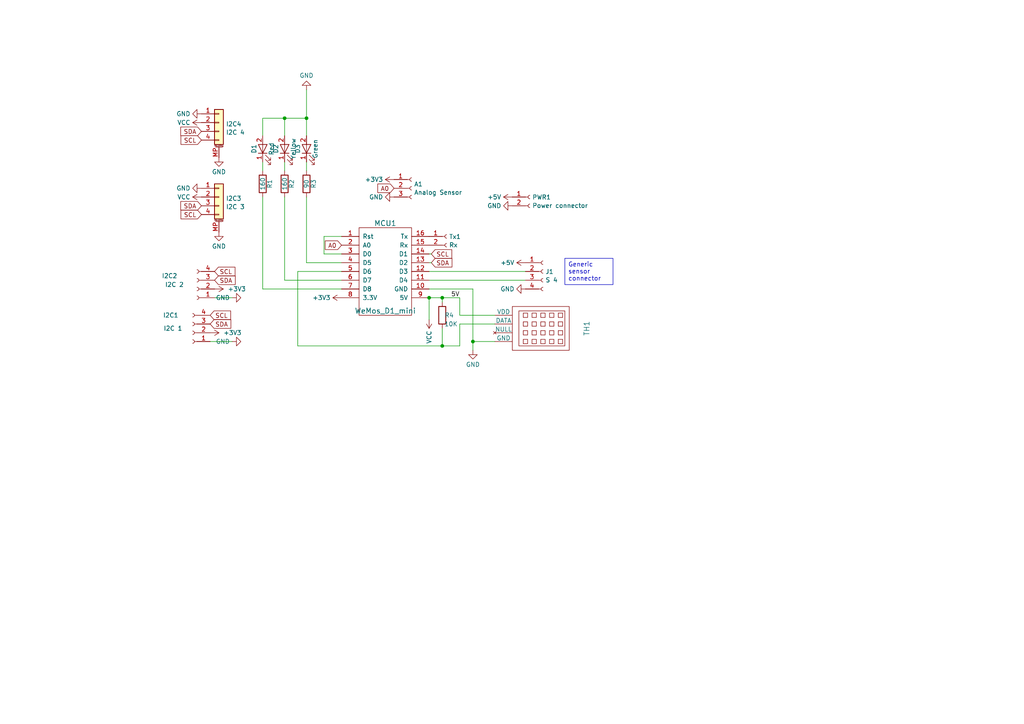
<source format=kicad_sch>
(kicad_sch (version 20230121) (generator eeschema)
  (paper "A4")
  (title_block (title "MeteoHome") (date "2023-12-16") (rev "4"))
  (lib_symbols
    (symbol "Connector:Conn_01x02_Socket" (pin_names (offset 1.016) hide)
      (property "Reference" "J" (at 0 2.54 0))
      (property "Value" "Conn_01x02_Socket" (at 0 -5.08 0))
      (symbol "Conn_01x02_Socket_1_1"
        (arc (start 0 -2.032) (mid -0.5058 -2.54) (end 0 -3.048) (stroke (width 0.1524)))
        (polyline (pts (xy -1.27 -2.54) (xy -0.508 -2.54)) (stroke (width 0.1524)))
        (polyline (pts (xy -1.27 0) (xy -0.508 0)) (stroke (width 0.1524)))
        (arc (start 0 0.508) (mid -0.5058 0) (end 0 -0.508) (stroke (width 0.1524)))
        (pin passive line (at -5.08 0 0) (length 3.81) (name "Pin_1") (number "1"))
        (pin passive line (at -5.08 -2.54 0) (length 3.81) (name "Pin_2") (number "2"))
      )
    )
    (symbol "Connector:Conn_01x03_Socket" (pin_names (offset 1.016) hide)
      (property "Reference" "J" (at 0 5.08 0))
      (property "Value" "Conn_01x03_Socket" (at 0 -5.08 0))
      (symbol "Conn_01x03_Socket_1_1"
        (arc (start 0 -2.032) (mid -0.5058 -2.54) (end 0 -3.048) (stroke (width 0.1524)))
        (polyline (pts (xy -1.27 -2.54) (xy -0.508 -2.54)) (stroke (width 0.1524)))
        (polyline (pts (xy -1.27 0) (xy -0.508 0)) (stroke (width 0.1524)))
        (polyline (pts (xy -1.27 2.54) (xy -0.508 2.54)) (stroke (width 0.1524)))
        (arc (start 0 0.508) (mid -0.5058 0) (end 0 -0.508) (stroke (width 0.1524)))
        (arc (start 0 3.048) (mid -0.5058 2.54) (end 0 2.032) (stroke (width 0.1524)))
        (pin passive line (at -5.08 2.54 0) (length 3.81) (name "Pin_1") (number "1"))
        (pin passive line (at -5.08 0 0) (length 3.81) (name "Pin_2") (number "2"))
        (pin passive line (at -5.08 -2.54 0) (length 3.81) (name "Pin_3") (number "3"))
      )
    )
    (symbol "Connector:Conn_01x04_Socket" (pin_names (offset 1.016) hide)
      (property "Reference" "J" (at 0 5.08 0))
      (property "Value" "Conn_01x04_Socket" (at 0 -7.62 0))
      (symbol "Conn_01x04_Socket_1_1"
        (arc (start 0 -4.572) (mid -0.5058 -5.08) (end 0 -5.588) (stroke (width 0.1524)))
        (arc (start 0 -2.032) (mid -0.5058 -2.54) (end 0 -3.048) (stroke (width 0.1524)))
        (polyline (pts (xy -1.27 -5.08) (xy -0.508 -5.08)) (stroke (width 0.1524)))
        (polyline (pts (xy -1.27 -2.54) (xy -0.508 -2.54)) (stroke (width 0.1524)))
        (polyline (pts (xy -1.27 0) (xy -0.508 0)) (stroke (width 0.1524)))
        (polyline (pts (xy -1.27 2.54) (xy -0.508 2.54)) (stroke (width 0.1524)))
        (arc (start 0 0.508) (mid -0.5058 0) (end 0 -0.508) (stroke (width 0.1524)))
        (arc (start 0 3.048) (mid -0.5058 2.54) (end 0 2.032) (stroke (width 0.1524)))
        (pin passive line (at -5.08 2.54 0) (length 3.81) (name "Pin_1") (number "1"))
        (pin passive line (at -5.08 0 0) (length 3.81) (name "Pin_2") (number "2"))
        (pin passive line (at -5.08 -2.54 0) (length 3.81) (name "Pin_3") (number "3"))
        (pin passive line (at -5.08 -5.08 0) (length 3.81) (name "Pin_4") (number "4"))
      )
    )
    (symbol "Connector_Generic_MountingPin:Conn_01x04_MountingPin" (pin_names (offset 1.016) hide)
      (property "Reference" "J" (at 0 5.08 0))
      (property "Value" "Conn_01x04_MountingPin" (at 1.27 -7.62 0))
      (symbol "Conn_01x04_MountingPin_1_1"
        (rectangle (start -1.27 -4.953) (end 0 -5.207) (stroke (width 0.1524)))
        (rectangle (start -1.27 -2.413) (end 0 -2.667) (stroke (width 0.1524)))
        (rectangle (start -1.27 0.127) (end 0 -0.127) (stroke (width 0.1524)))
        (rectangle (start -1.27 2.667) (end 0 2.413) (stroke (width 0.1524)))
        (rectangle (start -1.27 3.81) (end 1.27 -6.35) (stroke (width 0.254)) (fill (type background)))
        (polyline (pts (xy -1.016 -7.112) (xy 1.016 -7.112)) (stroke (width 0.1524)))
        (text "Mounting" (at 0 -6.731 0) (effects (font (size 0.381 0.381))))
        (pin passive line (at -5.08 2.54 0) (length 3.81) (name "Pin_1") (number "1"))
        (pin passive line (at -5.08 0 0) (length 3.81) (name "Pin_2") (number "2"))
        (pin passive line (at -5.08 -2.54 0) (length 3.81) (name "Pin_3") (number "3"))
        (pin passive line (at -5.08 -5.08 0) (length 3.81) (name "Pin_4") (number "4"))
        (pin passive line (at 0 -10.16 90) (length 3.048) (name "MountPin") (number "MP"))
      )
    )
    (symbol "meteo-home-rescue:DHT22_Temperature_Humidity-sensors-meteo-home-rescue-co2-detector-rescue" (pin_numbers hide) (pin_names (offset 0))
      (property "Reference" "TH" (at 0 26.67 0))
      (property "Value" "DHT22_Temperature_Humidity-sensors-meteo-home-rescue-co2-detector-rescue" (at 0 24.13 0))
      (symbol "DHT22_Temperature_Humidity-sensors-meteo-home-rescue-co2-detector-rescue_0_1"
        (rectangle (start -6.35 5.08) (end 6.35 21.59))
        (rectangle (start -4.445 9.525) (end -3.175 8.255))
        (rectangle (start -4.445 12.065) (end -3.175 10.795))
        (rectangle (start -4.445 14.605) (end -3.175 13.335))
        (rectangle (start -4.445 17.145) (end -3.175 15.875))
        (rectangle (start -4.445 19.685) (end -3.175 18.415))
        (rectangle (start -1.905 8.255) (end -0.635 9.525))
        (rectangle (start -1.905 10.795) (end -0.635 12.065))
        (rectangle (start -1.905 13.335) (end -0.635 14.605))
        (rectangle (start -1.905 15.875) (end -0.635 17.145))
        (rectangle (start -1.905 18.415) (end -0.635 19.685))
        (rectangle (start 0.635 8.255) (end 1.905 9.525))
        (rectangle (start 0.635 10.795) (end 1.905 12.065))
        (rectangle (start 0.635 13.335) (end 1.905 14.605))
        (rectangle (start 0.635 15.875) (end 1.905 17.145))
        (rectangle (start 0.635 18.415) (end 1.905 19.685))
        (rectangle (start 3.175 8.255) (end 4.445 9.525))
        (rectangle (start 3.175 10.795) (end 4.445 12.065))
        (rectangle (start 3.175 13.335) (end 4.445 14.605))
        (rectangle (start 3.175 15.875) (end 4.445 17.145))
        (rectangle (start 3.175 18.415) (end 4.445 19.685))
        (rectangle (start 5.08 6.985) (end -5.08 20.32))
      )
      (symbol "DHT22_Temperature_Humidity-sensors-meteo-home-rescue-co2-detector-rescue_1_1"
        (pin power_in line (at -3.81 0 90) (length 5.08) (name "VDD") (number "1"))
        (pin input line (at -1.27 0 90) (length 5.08) (name "DATA") (number "2"))
        (pin no_connect line (at 1.27 0 90) (length 5.08) (name "NULL") (number "3"))
        (pin power_in line (at 3.81 0 90) (length 5.08) (name "GND") (number "4"))
      )
    )
    (symbol "meteo-home-rescue:LED-meteo-home-rescue-co2-detector-rescue" (pin_names (offset 1.016) hide)
      (property "Reference" "D" (at 0 2.54 0))
      (property "Value" "LED-meteo-home-rescue-co2-detector-rescue" (at 0 -2.54 0))
      (symbol "LED-meteo-home-rescue-co2-detector-rescue_0_1"
        (polyline (pts (xy -1.27 -1.27) (xy -1.27 1.27)) (stroke (width 0.2032)))
        (polyline (pts (xy -1.27 0) (xy 1.27 0)))
        (polyline (pts (xy 1.27 -1.27) (xy 1.27 1.27) (xy -1.27 0) (xy 1.27 -1.27)) (stroke (width 0.2032)))
        (polyline (pts (xy -3.048 -0.762) (xy -4.572 -2.286) (xy -3.81 -2.286) (xy -4.572 -2.286) (xy -4.572 -1.524)))
        (polyline (pts (xy -1.778 -0.762) (xy -3.302 -2.286) (xy -2.54 -2.286) (xy -3.302 -2.286) (xy -3.302 -1.524)))
      )
      (symbol "LED-meteo-home-rescue-co2-detector-rescue_1_1"
        (pin passive line (at -3.81 0 0) (length 2.54) (name "K") (number "1"))
        (pin passive line (at 3.81 0 180) (length 2.54) (name "A") (number "2"))
      )
    )
    (symbol "meteo-home-rescue:R-meteo-home-rescue-co2-detector-rescue" (pin_numbers hide) (pin_names (offset 0))
      (property "Reference" "R" (at 2.032 0 90))
      (property "Value" "R-meteo-home-rescue-co2-detector-rescue" (at 0 0 90))
      (symbol "R-meteo-home-rescue-co2-detector-rescue_0_1"
        (rectangle (start -1.016 -2.54) (end 1.016 2.54) (stroke (width 0.254)))
      )
      (symbol "R-meteo-home-rescue-co2-detector-rescue_1_1"
        (pin passive line (at 0 3.81 270) (length 1.27) (name "~") (number "1"))
        (pin passive line (at 0 -3.81 90) (length 1.27) (name "~") (number "2"))
      )
    )
    (symbol "meteo-home-rescue:WeMos_D1_mini-wemos_mini-meteo-home-rescue-co2-detector-rescue" (pin_names (offset 1.016))
      (property "Reference" "U" (at 0 12.7 0))
      (property "Value" "WeMos_D1_mini-wemos_mini-meteo-home-rescue-co2-detector-rescue" (at 0 -12.7 0))
      (symbol "WeMos_D1_mini-wemos_mini-meteo-home-rescue-co2-detector-rescue_0_1"
        (rectangle (start -7.62 11.43) (end 7.62 -13.97))
      )
      (symbol "WeMos_D1_mini-wemos_mini-meteo-home-rescue-co2-detector-rescue_1_1"
        (pin bidirectional line (at -12.7 8.89 0) (length 5.08) (name "Rst") (number "1"))
        (pin power_in line (at 12.7 -6.35 180) (length 5.08) (name "GND") (number "10"))
        (pin bidirectional line (at 12.7 -3.81 180) (length 5.08) (name "D4") (number "11"))
        (pin bidirectional line (at 12.7 -1.27 180) (length 5.08) (name "D3") (number "12"))
        (pin bidirectional line (at 12.7 1.27 180) (length 5.08) (name "D2") (number "13"))
        (pin bidirectional line (at 12.7 3.81 180) (length 5.08) (name "D1") (number "14"))
        (pin bidirectional line (at 12.7 6.35 180) (length 5.08) (name "Rx") (number "15"))
        (pin bidirectional line (at 12.7 8.89 180) (length 5.08) (name "Tx") (number "16"))
        (pin bidirectional line (at -12.7 6.35 0) (length 5.08) (name "A0") (number "2"))
        (pin bidirectional line (at -12.7 3.81 0) (length 5.08) (name "D0") (number "3"))
        (pin bidirectional line (at -12.7 1.27 0) (length 5.08) (name "D5") (number "4"))
        (pin bidirectional line (at -12.7 -1.27 0) (length 5.08) (name "D6") (number "5"))
        (pin bidirectional line (at -12.7 -3.81 0) (length 5.08) (name "D7") (number "6"))
        (pin bidirectional line (at -12.7 -6.35 0) (length 5.08) (name "D8") (number "7"))
        (pin power_out line (at -12.7 -8.89 0) (length 5.08) (name "3.3V") (number "8"))
        (pin power_in line (at 12.7 -8.89 180) (length 5.08) (name "5V") (number "9"))
      )
    )
    (symbol "power:+3V3" (power) (pin_names (offset 0))
      (property "Value" "+3V3" (at 0 3.556 0))
      (symbol "+3V3_0_1"
        (polyline (pts (xy -0.762 1.27) (xy 0 2.54)))
        (polyline (pts (xy 0 0) (xy 0 2.54)))
        (polyline (pts (xy 0 2.54) (xy 0.762 1.27)))
      )
      (symbol "+3V3_1_1"
        (pin power_in line (at 0 0 90) (length 0) hide (name "+3V3") (number "1"))
      )
    )
    (symbol "power:+5V" (power) (pin_names (offset 0))
      (property "Value" "+5V" (at 0 3.556 0))
      (symbol "+5V_0_1"
        (polyline (pts (xy -0.762 1.27) (xy 0 2.54)))
        (polyline (pts (xy 0 0) (xy 0 2.54)))
        (polyline (pts (xy 0 2.54) (xy 0.762 1.27)))
      )
      (symbol "+5V_1_1"
        (pin power_in line (at 0 0 90) (length 0) hide (name "+5V") (number "1"))
      )
    )
    (symbol "power:GND" (power) (pin_names (offset 0))
      (property "Value" "GND" (at 0 -3.81 0))
      (symbol "GND_0_1"
        (polyline (pts (xy 0 0) (xy 0 -1.27) (xy 1.27 -1.27) (xy 0 -2.54) (xy -1.27 -1.27) (xy 0 -1.27)))
      )
      (symbol "GND_1_1"
        (pin power_in line (at 0 0 270) (length 0) hide (name "GND") (number "1"))
      )
    )
    (symbol "power:VCC" (power) (pin_names (offset 0))
      (property "Value" "VCC" (at 0 3.81 0))
      (symbol "VCC_0_1"
        (polyline (pts (xy -0.762 1.27) (xy 0 2.54)))
        (polyline (pts (xy 0 0) (xy 0 2.54)))
        (polyline (pts (xy 0 2.54) (xy 0.762 1.27)))
      )
      (symbol "VCC_1_1"
        (pin power_in line (at 0 0 90) (length 0) hide (name "VCC") (number "1"))
      )
    )
  )
  (junction (at 137.16 99.06))
  (junction (at 82.55 34.29))
  (junction (at 128.27 86.36))
  (junction (at 88.9 34.29))
  (junction (at 124.46 86.36))
  (junction (at 128.27 100.33))
  (wire (pts (xy 88.9 57.15) (xy 88.9 76.2)))
  (wire (pts (xy 76.2 34.29) (xy 76.2 39.37)))
  (wire (pts (xy 128.27 86.36) (xy 133.35 86.36)))
  (wire (pts (xy 82.55 39.37) (xy 82.55 34.29)))
  (wire (pts (xy 124.46 83.82) (xy 137.16 83.82)))
  (wire (pts (xy 82.55 57.15) (xy 82.55 81.28)))
  (wire (pts (xy 133.35 93.98) (xy 143.51 93.98)))
  (wire (pts (xy 128.27 100.33) (xy 133.35 100.33)))
  (wire (pts (xy 88.9 34.29) (xy 82.55 34.29)))
  (wire (pts (xy 137.16 99.06) (xy 137.16 101.6)))
  (wire (pts (xy 143.51 91.44) (xy 133.35 91.44)))
  (wire (pts (xy 86.36 100.33) (xy 128.27 100.33)))
  (wire (pts (xy 133.35 91.44) (xy 133.35 86.36)))
  (wire (pts (xy 125.095 73.66) (xy 124.46 73.66)))
  (wire (pts (xy 137.16 83.82) (xy 137.16 99.06)))
  (wire (pts (xy 99.06 78.74) (xy 86.36 78.74)))
  (wire (pts (xy 137.16 99.06) (xy 143.51 99.06)))
  (wire (pts (xy 99.06 68.58) (xy 93.98 68.58)))
  (wire (pts (xy 124.46 86.36) (xy 124.46 92.71)))
  (wire (pts (xy 124.46 78.74) (xy 152.4 78.74)))
  (wire (pts (xy 82.55 34.29) (xy 76.2 34.29)))
  (wire (pts (xy 125.095 76.2) (xy 124.46 76.2)))
  (wire (pts (xy 128.27 95.25) (xy 128.27 100.33)))
  (wire (pts (xy 67.31 99.06) (xy 60.96 99.06)))
  (wire (pts (xy 133.35 100.33) (xy 133.35 93.98)))
  (wire (pts (xy 93.98 68.58) (xy 93.98 73.66)))
  (wire (pts (xy 86.36 78.74) (xy 86.36 100.33)))
  (wire (pts (xy 76.2 83.82) (xy 76.2 57.15)))
  (wire (pts (xy 88.9 26.035) (xy 88.9 34.29)))
  (wire (pts (xy 99.06 76.2) (xy 88.9 76.2)))
  (wire (pts (xy 99.06 81.28) (xy 82.55 81.28)))
  (wire (pts (xy 67.31 86.36) (xy 62.23 86.36)))
  (wire (pts (xy 88.9 49.53) (xy 88.9 46.99)))
  (wire (pts (xy 93.98 73.66) (xy 99.06 73.66)))
  (wire (pts (xy 82.55 49.53) (xy 82.55 46.99)))
  (wire (pts (xy 124.46 81.28) (xy 152.4 81.28)))
  (wire (pts (xy 124.46 86.36) (xy 128.27 86.36)))
  (wire (pts (xy 128.27 87.63) (xy 128.27 86.36)))
  (wire (pts (xy 88.9 39.37) (xy 88.9 34.29)))
  (wire (pts (xy 76.2 49.53) (xy 76.2 46.99)))
  (wire (pts (xy 99.06 83.82) (xy 76.2 83.82)))
  (text_box "Generic sensor connector\n" (at 163.83 74.93 0) (size 13.97 7.62) (effects (font (size 1.27 1.27)) (justify left top)))
  (label "5V" (at 130.81 86.36 0))
  (global_label "SCL" (shape input) (at 62.23 78.74 0) (property "Intersheetrefs" "${INTERSHEET_REFS}" (effects hide)))
  (global_label "SDA" (shape input) (at 125.095 76.2 0) (property "Intersheetrefs" "${INTERSHEET_REFS}" (effects hide)))
  (global_label "SDA" (shape input) (at 58.42 38.1 180) (property "Intersheetrefs" "${INTERSHEET_REFS}" (effects hide)))
  (global_label "SDA" (shape input) (at 60.96 93.98 0) (property "Intersheetrefs" "${INTERSHEET_REFS}" (effects hide)))
  (global_label "SDA" (shape input) (at 58.42 59.69 180) (property "Intersheetrefs" "${INTERSHEET_REFS}" (effects hide)))
  (global_label "SCL" (shape input) (at 125.095 73.66 0) (property "Intersheetrefs" "${INTERSHEET_REFS}" (effects hide)))
  (global_label "SCL" (shape input) (at 60.96 91.44 0) (property "Intersheetrefs" "${INTERSHEET_REFS}" (effects hide)))
  (global_label "A0" (shape input) (at 99.06 71.12 180) (property "Intersheetrefs" "${INTERSHEET_REFS}" (effects hide)))
  (global_label "SCL" (shape input) (at 58.42 40.64 180) (property "Intersheetrefs" "${INTERSHEET_REFS}" (effects hide)))
  (global_label "A0" (shape input) (at 114.3 54.61 180) (property "Intersheetrefs" "${INTERSHEET_REFS}" (effects hide)))
  (global_label "SCL" (shape input) (at 58.42 62.23 180) (property "Intersheetrefs" "${INTERSHEET_REFS}" (effects hide)))
  (global_label "SDA" (shape input) (at 62.23 81.28 0) (property "Intersheetrefs" "${INTERSHEET_REFS}" (effects hide)))
  (symbol (lib_id "meteo-home-rescue:WeMos_D1_mini-wemos_mini-meteo-home-rescue-co2-detector-rescue") (at 111.76 77.47 0) (unit 1)
    (property "Reference" "MCU1" (at 111.76 64.77 0) (effects (font (size 1.524 1.524))))
    (property "Value" "WeMos_D1_mini" (at 111.76 90.17 0) (effects (font (size 1.524 1.524))))
    (property "Footprint" "Module:WEMOS_D1_mini_light" (effects hide))
  )
  (symbol (lib_id "meteo-home-rescue:DHT22_Temperature_Humidity-sensors-meteo-home-rescue-co2-detector-rescue") (at 143.51 95.25 270) (unit 1)
    (property "Reference" "TH1" (at 170.18 95.25 0) (effects (font (size 1.524 1.524))))
    (property "Value" "DHT22_Temperature_Humidity" (effects hide))
    (property "Footprint" "Sensors:DHT22_Temperature_Humidity" (effects hide))
  )
  (symbol (lib_id "meteo-home-rescue:LED-meteo-home-rescue-co2-detector-rescue") (at 76.2 43.18 90) (unit 1)
    (property "Reference" "D1" (at 73.66 43.18 0))
    (property "Value" "Red" (at 78.74 43.18 0))
    (property "Footprint" "LED_THT:LED_D3.0mm" (effects hide))
  )
  (symbol (lib_id "meteo-home-rescue:LED-meteo-home-rescue-co2-detector-rescue") (at 82.55 43.18 90) (unit 1)
    (property "Reference" "D2" (at 80.01 43.18 0))
    (property "Value" "Yellow" (at 85.09 43.18 0))
    (property "Footprint" "LED_THT:LED_D3.0mm" (effects hide))
  )
  (symbol (lib_id "meteo-home-rescue:LED-meteo-home-rescue-co2-detector-rescue") (at 88.9 43.18 90) (unit 1)
    (property "Reference" "D3" (at 86.36 43.18 0))
    (property "Value" "Green" (at 91.44 43.18 0))
    (property "Footprint" "LED_THT:LED_D3.0mm" (effects hide))
  )
  (symbol (lib_id "meteo-home-rescue:R-meteo-home-rescue-co2-detector-rescue") (at 128.27 91.44 0) (unit 1)
    (property "Reference" "R4" (at 130.302 91.44 0))
    (property "Value" "10K" (at 130.81 93.98 0))
    (property "Footprint" "Resistor_THT:R_Axial_DIN0204_L3.6mm_D1.6mm_P5.08mm_Horizontal" (effects hide))
  )
  (symbol (lib_id "meteo-home-rescue:R-meteo-home-rescue-co2-detector-rescue") (at 76.2 53.34 0) (unit 1)
    (property "Reference" "R1" (at 78.232 53.34 90))
    (property "Value" "160" (at 76.2 53.34 90))
    (property "Footprint" "Resistor_THT:R_Axial_DIN0204_L3.6mm_D1.6mm_P5.08mm_Horizontal" (effects hide))
  )
  (symbol (lib_id "meteo-home-rescue:R-meteo-home-rescue-co2-detector-rescue") (at 88.9 53.34 0) (unit 1)
    (property "Reference" "R3" (at 90.932 53.34 90))
    (property "Value" "90" (at 88.9 53.34 90))
    (property "Footprint" "Resistor_THT:R_Axial_DIN0204_L3.6mm_D1.6mm_P5.08mm_Horizontal" (effects hide))
  )
  (symbol (lib_id "meteo-home-rescue:R-meteo-home-rescue-co2-detector-rescue") (at 82.55 53.34 0) (unit 1)
    (property "Reference" "R2" (at 84.582 53.34 90))
    (property "Value" "160" (at 82.55 53.34 90))
    (property "Footprint" "Resistor_THT:R_Axial_DIN0204_L3.6mm_D1.6mm_P5.08mm_Horizontal" (effects hide))
  )
  (symbol (lib_id "power:+3V3") (at 60.96 96.52 270) (unit 1)
    (property "Reference" "#PWR014" (effects hide))
    (property "Value" "+3V3" (at 64.77 96.52 90) (effects (justify left)))
  )
  (symbol (lib_id "Connector:Conn_01x03_Socket") (at 119.38 54.61 0) (unit 1)
    (property "Reference" "A1" (at 120.0912 53.3979 0) (effects (justify left)))
    (property "Value" "Analog Sensor" (at 120.0912 55.8221 0) (effects (justify left)))
    (property "Footprint" "Connector_PinSocket_2.54mm:PinSocket_1x03_P2.54mm_Vertical" (effects hide))
  )
  (symbol (lib_id "power:GND") (at 58.42 33.02 270) (unit 1)
    (property "Reference" "#PWR018" (effects hide))
    (property "Value" "GND" (at 55.2451 33.02 90) (effects (justify right)))
  )
  (symbol (lib_id "power:+5V") (at 148.59 57.15 90) (unit 1)
    (property "Reference" "#PWR09" (effects hide))
    (property "Value" "+5V" (at 145.4151 57.15 90) (effects (justify left)))
  )
  (symbol (lib_id "Connector:Conn_01x04_Socket") (at 157.48 78.74 0) (unit 1)
    (property "Reference" "J1" (at 158.1912 78.7979 0) (effects (justify left)))
    (property "Value" "S 4" (at 158.1912 81.2221 0) (effects (justify left)))
    (property "Footprint" "Connector_PinSocket_2.54mm:PinSocket_1x04_P2.54mm_Vertical" (effects hide))
  )
  (symbol (lib_id "power:GND") (at 148.59 59.69 270) (unit 1)
    (property "Reference" "#PWR02" (effects hide))
    (property "Value" "GND" (at 145.4151 59.69 90) (effects (justify right)))
  )
  (symbol (lib_id "power:GND") (at 67.31 86.36 90) (unit 1)
    (property "Reference" "#PWR01" (effects hide))
    (property "Value" "GND" (at 66.675 86.36 90) (effects (justify left)))
  )
  (symbol (lib_id "power:GND") (at 88.9 26.035 180) (unit 1)
    (property "Reference" "#PWR07" (effects hide))
    (property "Value" "GND" (at 88.9 21.9019 0))
  )
  (symbol (lib_id "Connector:Conn_01x02_Socket") (at 153.67 57.15 0) (unit 1)
    (property "Reference" "PWR1" (at 154.3812 57.2079 0) (effects (justify left)))
    (property "Value" "Power connector" (at 154.3812 59.6321 0) (effects (justify left)))
    (property "Footprint" "Connector_Molex:Molex_SL_171971-0002_1x02_P2.54mm_Vertical" (effects hide))
  )
  (symbol (lib_id "power:GND") (at 67.31 99.06 90) (unit 1)
    (property "Reference" "#PWR08" (effects hide))
    (property "Value" "GND" (at 66.675 99.06 90) (effects (justify left)))
  )
  (symbol (lib_id "power:VCC") (at 58.42 57.15 90) (unit 1)
    (property "Reference" "#PWR016" (effects hide))
    (property "Value" "VCC" (at 55.245 57.15 90) (effects (justify left)))
  )
  (symbol (lib_id "power:+5V") (at 152.4 76.2 90) (unit 1)
    (property "Reference" "#PWR05" (effects hide))
    (property "Value" "+5V" (at 149.2251 76.2 90) (effects (justify left)))
  )
  (symbol (lib_id "Connector:Conn_01x04_Socket") (at 55.88 96.52 180) (unit 1)
    (property "Reference" "I2C1" (at 49.53 91.44 0))
    (property "Value" "I2C 1" (at 50.165 95.25 0))
    (property "Footprint" "Connector_PinSocket_2.54mm:PinSocket_1x04_P2.54mm_Vertical" (effects hide))
  )
  (symbol (lib_id "power:GND") (at 63.5 45.72 0) (unit 1)
    (property "Reference" "#PWR03" (effects hide))
    (property "Value" "GND" (at 63.5 49.8531 0))
  )
  (symbol (lib_id "power:GND") (at 114.3 57.15 270) (unit 1)
    (property "Reference" "#PWR012" (effects hide))
    (property "Value" "GND" (at 111.1251 57.15 90) (effects (justify right)))
  )
  (symbol (lib_id "power:VCC") (at 58.42 35.56 90) (unit 1)
    (property "Reference" "#PWR019" (effects hide))
    (property "Value" "VCC" (at 55.245 35.56 90) (effects (justify left)))
  )
  (symbol (lib_id "power:GND") (at 152.4 83.82 270) (unit 1)
    (property "Reference" "#PWR06" (effects hide))
    (property "Value" "GND" (at 149.2251 83.82 90) (effects (justify right)))
  )
  (symbol (lib_id "power:GND") (at 63.5 67.31 0) (unit 1)
    (property "Reference" "#PWR017" (effects hide))
    (property "Value" "GND" (at 63.5 71.4431 0))
  )
  (symbol (lib_id "Connector_Generic_MountingPin:Conn_01x04_MountingPin") (at 63.5 57.15 0) (unit 1)
    (property "Reference" "I2C3" (at 65.532 57.5635 0) (effects (justify left)))
    (property "Value" "I2C 3" (at 65.532 59.9877 0) (effects (justify left)))
    (property "Footprint" "Connector_JST:JST_SH_SM04B-SRSS-TB_1x04-1MP_P1.00mm_Horizontal" (effects hide))
  )
  (symbol (lib_id "power:GND") (at 58.42 54.61 270) (unit 1)
    (property "Reference" "#PWR015" (effects hide))
    (property "Value" "GND" (at 55.2451 54.61 90) (effects (justify right)))
  )
  (symbol (lib_id "power:VCC") (at 124.46 92.71 180) (unit 1)
    (property "Reference" "#PWR020" (effects hide))
    (property "Value" "VCC" (at 124.46 95.885 90) (effects (justify left)))
  )
  (symbol (lib_id "power:+3V3") (at 62.23 83.82 270) (unit 1)
    (property "Reference" "#PWR011" (effects hide))
    (property "Value" "+3V3" (at 66.04 83.82 90) (effects (justify left)))
  )
  (symbol (lib_id "Connector:Conn_01x04_Socket") (at 57.15 83.82 180) (unit 1)
    (property "Reference" "I2C2" (at 51.435 80.01 0) (effects (justify left)))
    (property "Value" "I2C 2" (at 53.34 82.55 0) (effects (justify left)))
    (property "Footprint" "Connector_PinSocket_2.54mm:PinSocket_1x04_P2.54mm_Vertical" (effects hide))
  )
  (symbol (lib_id "power:GND") (at 137.16 101.6 0) (unit 1)
    (property "Reference" "#PWR04" (effects hide))
    (property "Value" "GND" (at 137.16 105.7331 0))
  )
  (symbol (lib_id "power:+3V3") (at 99.06 86.36 90) (unit 1)
    (property "Reference" "#PWR010" (effects hide))
    (property "Value" "+3V3" (at 95.885 86.36 90) (effects (justify left)))
  )
  (symbol (lib_id "power:+3V3") (at 114.3 52.07 90) (unit 1)
    (property "Reference" "#PWR013" (effects hide))
    (property "Value" "+3V3" (at 111.125 52.07 90) (effects (justify left)))
  )
  (symbol (lib_id "Connector_Generic_MountingPin:Conn_01x04_MountingPin") (at 63.5 35.56 0) (unit 1)
    (property "Reference" "I2C4" (at 65.532 35.9735 0) (effects (justify left)))
    (property "Value" "I2C 4" (at 65.532 38.3977 0) (effects (justify left)))
    (property "Footprint" "Connector_JST:JST_SH_SM04B-SRSS-TB_1x04-1MP_P1.00mm_Horizontal" (effects hide))
  )
  (symbol (lib_id "Connector:Conn_01x02_Socket") (at 129.54 68.58 0) (unit 1)
    (property "Reference" "Tx1" (at 130.2512 68.6379 0) (effects (justify left)))
    (property "Value" "Rx" (at 130.2512 71.0621 0) (effects (justify left)))
    (property "Footprint" "Connector_Molex:Molex_SL_171971-0002_1x02_P2.54mm_Vertical" (effects hide))
  )
)
</source>
